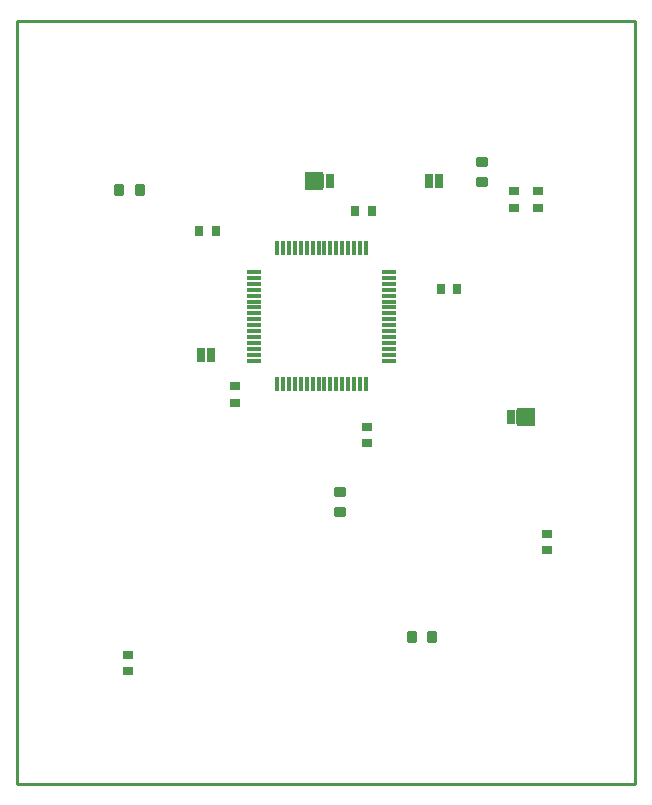
<source format=gtp>
G04 Layer_Color=8421504*
%FSLAX25Y25*%
%MOIN*%
G70*
G01*
G75*
%ADD10R,0.03740X0.02953*%
%ADD11R,0.02500X0.05000*%
%ADD12R,0.02953X0.03740*%
%ADD13R,0.01181X0.04724*%
%ADD14R,0.04724X0.01181*%
G04:AMPARAMS|DCode=15|XSize=39.37mil|YSize=35.43mil|CornerRadius=4.43mil|HoleSize=0mil|Usage=FLASHONLY|Rotation=90.000|XOffset=0mil|YOffset=0mil|HoleType=Round|Shape=RoundedRectangle|*
%AMROUNDEDRECTD15*
21,1,0.03937,0.02657,0,0,90.0*
21,1,0.03051,0.03543,0,0,90.0*
1,1,0.00886,0.01329,0.01526*
1,1,0.00886,0.01329,-0.01526*
1,1,0.00886,-0.01329,-0.01526*
1,1,0.00886,-0.01329,0.01526*
%
%ADD15ROUNDEDRECTD15*%
G04:AMPARAMS|DCode=16|XSize=39.37mil|YSize=35.43mil|CornerRadius=4.43mil|HoleSize=0mil|Usage=FLASHONLY|Rotation=0.000|XOffset=0mil|YOffset=0mil|HoleType=Round|Shape=RoundedRectangle|*
%AMROUNDEDRECTD16*
21,1,0.03937,0.02657,0,0,0.0*
21,1,0.03051,0.03543,0,0,0.0*
1,1,0.00886,0.01526,-0.01329*
1,1,0.00886,-0.01526,-0.01329*
1,1,0.00886,-0.01526,0.01329*
1,1,0.00886,0.01526,0.01329*
%
%ADD16ROUNDEDRECTD16*%
%ADD17C,0.01000*%
%ADD31R,0.06299X0.06299*%
D10*
X303500Y147744D02*
D03*
Y153256D02*
D03*
X432000Y307756D02*
D03*
Y302244D02*
D03*
X440000Y307756D02*
D03*
Y302244D02*
D03*
X383000Y229256D02*
D03*
Y223744D02*
D03*
X339000Y242756D02*
D03*
Y237244D02*
D03*
X443000Y193500D02*
D03*
Y187988D02*
D03*
D11*
X327878Y253000D02*
D03*
X331122D02*
D03*
X437500Y232500D02*
D03*
X434257D02*
D03*
X431012D02*
D03*
X364257Y311000D02*
D03*
X367500D02*
D03*
X370744D02*
D03*
X403757D02*
D03*
X407000D02*
D03*
D12*
X332756Y294500D02*
D03*
X327244D02*
D03*
X379244Y301000D02*
D03*
X384756D02*
D03*
X407744Y275000D02*
D03*
X413256D02*
D03*
D13*
X382764Y243362D02*
D03*
X380795D02*
D03*
X378827D02*
D03*
X376858D02*
D03*
X374890D02*
D03*
X372921D02*
D03*
X370953D02*
D03*
X368984D02*
D03*
X367016D02*
D03*
X365047D02*
D03*
X363079D02*
D03*
X361110D02*
D03*
X359142D02*
D03*
X357173D02*
D03*
X355205D02*
D03*
X353236D02*
D03*
Y288638D02*
D03*
X355205D02*
D03*
X357173D02*
D03*
X359142D02*
D03*
X361110D02*
D03*
X363079D02*
D03*
X365047D02*
D03*
X367016D02*
D03*
X368984D02*
D03*
X370953D02*
D03*
X372921D02*
D03*
X374890D02*
D03*
X376858D02*
D03*
X378827D02*
D03*
X380795D02*
D03*
X382764D02*
D03*
D14*
X345362Y251236D02*
D03*
Y253205D02*
D03*
Y255173D02*
D03*
Y257142D02*
D03*
Y259110D02*
D03*
Y261079D02*
D03*
Y263047D02*
D03*
Y265016D02*
D03*
Y266984D02*
D03*
Y268953D02*
D03*
Y270921D02*
D03*
Y272890D02*
D03*
Y274858D02*
D03*
Y276827D02*
D03*
Y278795D02*
D03*
Y280764D02*
D03*
X390638D02*
D03*
Y278795D02*
D03*
Y276827D02*
D03*
Y274858D02*
D03*
Y272890D02*
D03*
Y270921D02*
D03*
Y268953D02*
D03*
Y266984D02*
D03*
Y265016D02*
D03*
Y263047D02*
D03*
Y261079D02*
D03*
Y259110D02*
D03*
Y257142D02*
D03*
Y255173D02*
D03*
Y253205D02*
D03*
Y251236D02*
D03*
D15*
X398153Y159000D02*
D03*
X404846D02*
D03*
X307347Y308000D02*
D03*
X300654D02*
D03*
D16*
X374000Y207347D02*
D03*
Y200654D02*
D03*
X421500Y317347D02*
D03*
Y310653D02*
D03*
D17*
X266500Y110000D02*
Y364500D01*
X472500D01*
Y110000D02*
Y364500D01*
X266500Y110000D02*
X472500D01*
D31*
X436272Y232500D02*
D03*
X365485Y311000D02*
D03*
M02*

</source>
